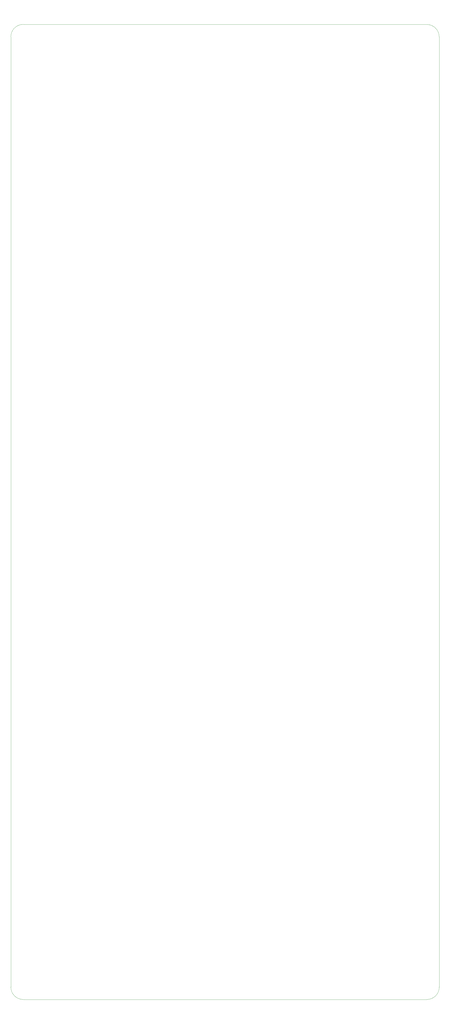
<source format=gbr>
%TF.GenerationSoftware,KiCad,Pcbnew,7.99.0-1990-g812c56bdc7*%
%TF.CreationDate,2023-08-03T23:21:48+02:00*%
%TF.ProjectId,esp32_midi,65737033-325f-46d6-9964-692e6b696361,rev?*%
%TF.SameCoordinates,Original*%
%TF.FileFunction,Profile,NP*%
%FSLAX46Y46*%
G04 Gerber Fmt 4.6, Leading zero omitted, Abs format (unit mm)*
G04 Created by KiCad (PCBNEW 7.99.0-1990-g812c56bdc7) date 2023-08-03 23:21:48*
%MOMM*%
%LPD*%
G01*
G04 APERTURE LIST*
%TA.AperFunction,Profile*%
%ADD10C,0.100000*%
%TD*%
G04 APERTURE END LIST*
D10*
X343464466Y-17035534D02*
G75*
G03*
X338464466Y-12035534I-4999966J34D01*
G01*
X171000000Y-399000000D02*
G75*
G03*
X176000000Y-404000000I5000000J0D01*
G01*
X338500000Y-404000000D02*
G75*
G03*
X343500000Y-399000000I0J5000000D01*
G01*
X171000000Y-17000000D02*
X171000000Y-399000000D01*
X338464466Y-12035534D02*
X176000000Y-12000000D01*
X176000000Y-404000000D02*
X338500000Y-404000000D01*
X176000000Y-12000000D02*
G75*
G03*
X171000000Y-17000000I0J-5000000D01*
G01*
X343500000Y-399000000D02*
X343464466Y-17035534D01*
M02*

</source>
